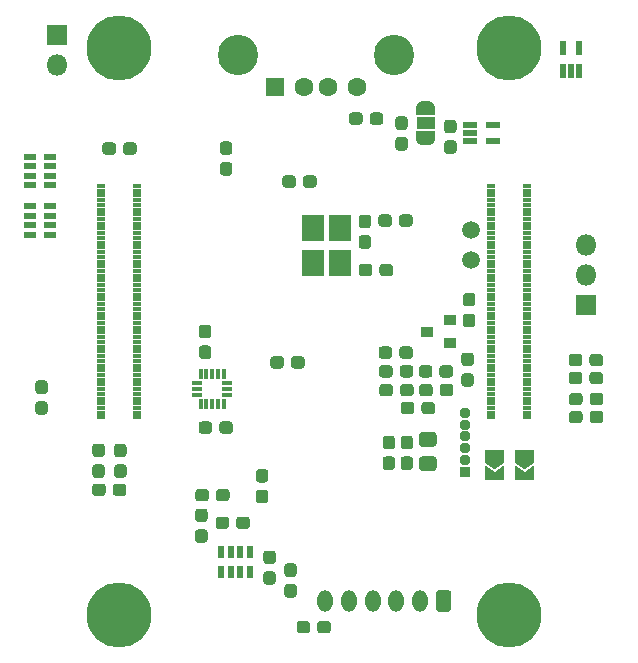
<source format=gbr>
%TF.GenerationSoftware,KiCad,Pcbnew,(5.1.6)-1*%
%TF.CreationDate,2020-12-16T03:56:45+01:00*%
%TF.ProjectId,CanSat,43616e53-6174-42e6-9b69-6361645f7063,V1.0*%
%TF.SameCoordinates,Original*%
%TF.FileFunction,Soldermask,Top*%
%TF.FilePolarity,Negative*%
%FSLAX46Y46*%
G04 Gerber Fmt 4.6, Leading zero omitted, Abs format (unit mm)*
G04 Created by KiCad (PCBNEW (5.1.6)-1) date 2020-12-16 03:56:45*
%MOMM*%
%LPD*%
G01*
G04 APERTURE LIST*
%ADD10R,0.500000X1.290000*%
%ADD11R,1.290000X0.500000*%
%ADD12R,0.963600X0.404800*%
%ADD13R,0.404800X0.963600*%
%ADD14O,1.800000X1.800000*%
%ADD15R,1.800000X1.800000*%
%ADD16C,5.500000*%
%ADD17C,0.900000*%
%ADD18R,1.000000X0.500000*%
%ADD19O,1.300000X1.850000*%
%ADD20R,0.800000X0.300000*%
%ADD21O,0.950000X0.950000*%
%ADD22R,0.950000X0.950000*%
%ADD23C,0.100000*%
%ADD24R,1.600000X1.100000*%
%ADD25C,1.500000*%
%ADD26R,1.608000X1.608000*%
%ADD27C,1.608000*%
%ADD28C,3.416000*%
%ADD29R,1.900000X2.200000*%
%ADD30R,1.000000X0.900000*%
%ADD31R,0.500000X1.000000*%
G04 APERTURE END LIST*
D10*
%TO.C,U4*%
X231125000Y-33520500D03*
X232425000Y-33520500D03*
X232425000Y-35440500D03*
X231775000Y-35440500D03*
X231125000Y-35440500D03*
%TD*%
D11*
%TO.C,U6*%
X225122500Y-40053500D03*
X225122500Y-41353500D03*
X223202500Y-41353500D03*
X223202500Y-40703500D03*
X223202500Y-40053500D03*
%TD*%
D12*
%TO.C,U7*%
X200130000Y-62908000D03*
X200130000Y-62400000D03*
X200130000Y-61892000D03*
D13*
X200409400Y-61130000D03*
X200892000Y-61130000D03*
X201400000Y-61130000D03*
X201908000Y-61130000D03*
X202390600Y-61130000D03*
D12*
X202670000Y-61892000D03*
X202670000Y-62400000D03*
X202670000Y-62908000D03*
D13*
X202390600Y-63670000D03*
X201908000Y-63670000D03*
X201400000Y-63670000D03*
X200892000Y-63670000D03*
X200409400Y-63670000D03*
%TD*%
%TO.C,C4*%
G36*
G01*
X201049500Y-58106000D02*
X200524500Y-58106000D01*
G75*
G02*
X200262000Y-57843500I0J262500D01*
G01*
X200262000Y-57218500D01*
G75*
G02*
X200524500Y-56956000I262500J0D01*
G01*
X201049500Y-56956000D01*
G75*
G02*
X201312000Y-57218500I0J-262500D01*
G01*
X201312000Y-57843500D01*
G75*
G02*
X201049500Y-58106000I-262500J0D01*
G01*
G37*
G36*
G01*
X201049500Y-59856000D02*
X200524500Y-59856000D01*
G75*
G02*
X200262000Y-59593500I0J262500D01*
G01*
X200262000Y-58968500D01*
G75*
G02*
X200524500Y-58706000I262500J0D01*
G01*
X201049500Y-58706000D01*
G75*
G02*
X201312000Y-58968500I0J-262500D01*
G01*
X201312000Y-59593500D01*
G75*
G02*
X201049500Y-59856000I-262500J0D01*
G01*
G37*
%TD*%
%TO.C,C3*%
G36*
G01*
X201990000Y-65921500D02*
X201990000Y-65396500D01*
G75*
G02*
X202252500Y-65134000I262500J0D01*
G01*
X202877500Y-65134000D01*
G75*
G02*
X203140000Y-65396500I0J-262500D01*
G01*
X203140000Y-65921500D01*
G75*
G02*
X202877500Y-66184000I-262500J0D01*
G01*
X202252500Y-66184000D01*
G75*
G02*
X201990000Y-65921500I0J262500D01*
G01*
G37*
G36*
G01*
X200240000Y-65921500D02*
X200240000Y-65396500D01*
G75*
G02*
X200502500Y-65134000I262500J0D01*
G01*
X201127500Y-65134000D01*
G75*
G02*
X201390000Y-65396500I0J-262500D01*
G01*
X201390000Y-65921500D01*
G75*
G02*
X201127500Y-66184000I-262500J0D01*
G01*
X200502500Y-66184000D01*
G75*
G02*
X200240000Y-65921500I0J262500D01*
G01*
G37*
%TD*%
%TO.C,R6*%
G36*
G01*
X206510500Y-78969500D02*
X205985500Y-78969500D01*
G75*
G02*
X205723000Y-78707000I0J262500D01*
G01*
X205723000Y-78082000D01*
G75*
G02*
X205985500Y-77819500I262500J0D01*
G01*
X206510500Y-77819500D01*
G75*
G02*
X206773000Y-78082000I0J-262500D01*
G01*
X206773000Y-78707000D01*
G75*
G02*
X206510500Y-78969500I-262500J0D01*
G01*
G37*
G36*
G01*
X206510500Y-77219500D02*
X205985500Y-77219500D01*
G75*
G02*
X205723000Y-76957000I0J262500D01*
G01*
X205723000Y-76332000D01*
G75*
G02*
X205985500Y-76069500I262500J0D01*
G01*
X206510500Y-76069500D01*
G75*
G02*
X206773000Y-76332000I0J-262500D01*
G01*
X206773000Y-76957000D01*
G75*
G02*
X206510500Y-77219500I-262500J0D01*
G01*
G37*
%TD*%
D14*
%TO.C,J6*%
X188277500Y-34925000D03*
D15*
X188277500Y-32385000D03*
%TD*%
%TO.C,J10*%
X233045000Y-55245000D03*
D14*
X233045000Y-52705000D03*
X233045000Y-50165000D03*
%TD*%
D16*
%TO.C,H3*%
X226500000Y-81500000D03*
D17*
X228525000Y-81500000D03*
X227931891Y-82931891D03*
X226500000Y-83525000D03*
X225068109Y-82931891D03*
X224475000Y-81500000D03*
X225068109Y-80068109D03*
X226500000Y-79475000D03*
X227931891Y-80068109D03*
%TD*%
D18*
%TO.C,RN2*%
X187667000Y-45142000D03*
X187667000Y-44342000D03*
X187667000Y-43542000D03*
X187667000Y-42742000D03*
X185967000Y-45142000D03*
X185967000Y-42742000D03*
X185967000Y-44342000D03*
X185967000Y-43542000D03*
%TD*%
%TO.C,RN1*%
X185967000Y-46933000D03*
X185967000Y-47733000D03*
X185967000Y-48533000D03*
X185967000Y-49333000D03*
X187667000Y-46933000D03*
X187667000Y-49333000D03*
X187667000Y-47733000D03*
X187667000Y-48533000D03*
%TD*%
%TO.C,F1*%
G36*
G01*
X208530500Y-82812500D02*
X208530500Y-82287500D01*
G75*
G02*
X208793000Y-82025000I262500J0D01*
G01*
X209418000Y-82025000D01*
G75*
G02*
X209680500Y-82287500I0J-262500D01*
G01*
X209680500Y-82812500D01*
G75*
G02*
X209418000Y-83075000I-262500J0D01*
G01*
X208793000Y-83075000D01*
G75*
G02*
X208530500Y-82812500I0J262500D01*
G01*
G37*
G36*
G01*
X210280500Y-82812500D02*
X210280500Y-82287500D01*
G75*
G02*
X210543000Y-82025000I262500J0D01*
G01*
X211168000Y-82025000D01*
G75*
G02*
X211430500Y-82287500I0J-262500D01*
G01*
X211430500Y-82812500D01*
G75*
G02*
X211168000Y-83075000I-262500J0D01*
G01*
X210543000Y-83075000D01*
G75*
G02*
X210280500Y-82812500I0J262500D01*
G01*
G37*
%TD*%
%TO.C,C1*%
G36*
G01*
X192032500Y-68167000D02*
X191507500Y-68167000D01*
G75*
G02*
X191245000Y-67904500I0J262500D01*
G01*
X191245000Y-67279500D01*
G75*
G02*
X191507500Y-67017000I262500J0D01*
G01*
X192032500Y-67017000D01*
G75*
G02*
X192295000Y-67279500I0J-262500D01*
G01*
X192295000Y-67904500D01*
G75*
G02*
X192032500Y-68167000I-262500J0D01*
G01*
G37*
G36*
G01*
X192032500Y-69917000D02*
X191507500Y-69917000D01*
G75*
G02*
X191245000Y-69654500I0J262500D01*
G01*
X191245000Y-69029500D01*
G75*
G02*
X191507500Y-68767000I262500J0D01*
G01*
X192032500Y-68767000D01*
G75*
G02*
X192295000Y-69029500I0J-262500D01*
G01*
X192295000Y-69654500D01*
G75*
G02*
X192032500Y-69917000I-262500J0D01*
G01*
G37*
%TD*%
%TO.C,C7*%
G36*
G01*
X207324000Y-45093500D02*
X207324000Y-44568500D01*
G75*
G02*
X207586500Y-44306000I262500J0D01*
G01*
X208211500Y-44306000D01*
G75*
G02*
X208474000Y-44568500I0J-262500D01*
G01*
X208474000Y-45093500D01*
G75*
G02*
X208211500Y-45356000I-262500J0D01*
G01*
X207586500Y-45356000D01*
G75*
G02*
X207324000Y-45093500I0J262500D01*
G01*
G37*
G36*
G01*
X209074000Y-45093500D02*
X209074000Y-44568500D01*
G75*
G02*
X209336500Y-44306000I262500J0D01*
G01*
X209961500Y-44306000D01*
G75*
G02*
X210224000Y-44568500I0J-262500D01*
G01*
X210224000Y-45093500D01*
G75*
G02*
X209961500Y-45356000I-262500J0D01*
G01*
X209336500Y-45356000D01*
G75*
G02*
X209074000Y-45093500I0J262500D01*
G01*
G37*
%TD*%
%TO.C,C8*%
G36*
G01*
X218443500Y-62221500D02*
X218443500Y-62746500D01*
G75*
G02*
X218181000Y-63009000I-262500J0D01*
G01*
X217556000Y-63009000D01*
G75*
G02*
X217293500Y-62746500I0J262500D01*
G01*
X217293500Y-62221500D01*
G75*
G02*
X217556000Y-61959000I262500J0D01*
G01*
X218181000Y-61959000D01*
G75*
G02*
X218443500Y-62221500I0J-262500D01*
G01*
G37*
G36*
G01*
X216693500Y-62221500D02*
X216693500Y-62746500D01*
G75*
G02*
X216431000Y-63009000I-262500J0D01*
G01*
X215806000Y-63009000D01*
G75*
G02*
X215543500Y-62746500I0J262500D01*
G01*
X215543500Y-62221500D01*
G75*
G02*
X215806000Y-61959000I262500J0D01*
G01*
X216431000Y-61959000D01*
G75*
G02*
X216693500Y-62221500I0J-262500D01*
G01*
G37*
%TD*%
%TO.C,C9*%
G36*
G01*
X206308000Y-60397000D02*
X206308000Y-59872000D01*
G75*
G02*
X206570500Y-59609500I262500J0D01*
G01*
X207195500Y-59609500D01*
G75*
G02*
X207458000Y-59872000I0J-262500D01*
G01*
X207458000Y-60397000D01*
G75*
G02*
X207195500Y-60659500I-262500J0D01*
G01*
X206570500Y-60659500D01*
G75*
G02*
X206308000Y-60397000I0J262500D01*
G01*
G37*
G36*
G01*
X208058000Y-60397000D02*
X208058000Y-59872000D01*
G75*
G02*
X208320500Y-59609500I262500J0D01*
G01*
X208945500Y-59609500D01*
G75*
G02*
X209208000Y-59872000I0J-262500D01*
G01*
X209208000Y-60397000D01*
G75*
G02*
X208945500Y-60659500I-262500J0D01*
G01*
X208320500Y-60659500D01*
G75*
G02*
X208058000Y-60397000I0J262500D01*
G01*
G37*
%TD*%
%TO.C,C10*%
G36*
G01*
X215551000Y-52586500D02*
X215551000Y-52061500D01*
G75*
G02*
X215813500Y-51799000I262500J0D01*
G01*
X216438500Y-51799000D01*
G75*
G02*
X216701000Y-52061500I0J-262500D01*
G01*
X216701000Y-52586500D01*
G75*
G02*
X216438500Y-52849000I-262500J0D01*
G01*
X215813500Y-52849000D01*
G75*
G02*
X215551000Y-52586500I0J262500D01*
G01*
G37*
G36*
G01*
X213801000Y-52586500D02*
X213801000Y-52061500D01*
G75*
G02*
X214063500Y-51799000I262500J0D01*
G01*
X214688500Y-51799000D01*
G75*
G02*
X214951000Y-52061500I0J-262500D01*
G01*
X214951000Y-52586500D01*
G75*
G02*
X214688500Y-52849000I-262500J0D01*
G01*
X214063500Y-52849000D01*
G75*
G02*
X213801000Y-52586500I0J262500D01*
G01*
G37*
%TD*%
%TO.C,C11*%
G36*
G01*
X202827500Y-44326500D02*
X202302500Y-44326500D01*
G75*
G02*
X202040000Y-44064000I0J262500D01*
G01*
X202040000Y-43439000D01*
G75*
G02*
X202302500Y-43176500I262500J0D01*
G01*
X202827500Y-43176500D01*
G75*
G02*
X203090000Y-43439000I0J-262500D01*
G01*
X203090000Y-44064000D01*
G75*
G02*
X202827500Y-44326500I-262500J0D01*
G01*
G37*
G36*
G01*
X202827500Y-42576500D02*
X202302500Y-42576500D01*
G75*
G02*
X202040000Y-42314000I0J262500D01*
G01*
X202040000Y-41689000D01*
G75*
G02*
X202302500Y-41426500I262500J0D01*
G01*
X202827500Y-41426500D01*
G75*
G02*
X203090000Y-41689000I0J-262500D01*
G01*
X203090000Y-42314000D01*
G75*
G02*
X202827500Y-42576500I-262500J0D01*
G01*
G37*
%TD*%
%TO.C,C13*%
G36*
G01*
X214050000Y-47621500D02*
X214575000Y-47621500D01*
G75*
G02*
X214837500Y-47884000I0J-262500D01*
G01*
X214837500Y-48509000D01*
G75*
G02*
X214575000Y-48771500I-262500J0D01*
G01*
X214050000Y-48771500D01*
G75*
G02*
X213787500Y-48509000I0J262500D01*
G01*
X213787500Y-47884000D01*
G75*
G02*
X214050000Y-47621500I262500J0D01*
G01*
G37*
G36*
G01*
X214050000Y-49371500D02*
X214575000Y-49371500D01*
G75*
G02*
X214837500Y-49634000I0J-262500D01*
G01*
X214837500Y-50259000D01*
G75*
G02*
X214575000Y-50521500I-262500J0D01*
G01*
X214050000Y-50521500D01*
G75*
G02*
X213787500Y-50259000I0J262500D01*
G01*
X213787500Y-49634000D01*
G75*
G02*
X214050000Y-49371500I262500J0D01*
G01*
G37*
%TD*%
%TO.C,C14*%
G36*
G01*
X218415500Y-60634000D02*
X218415500Y-61159000D01*
G75*
G02*
X218153000Y-61421500I-262500J0D01*
G01*
X217528000Y-61421500D01*
G75*
G02*
X217265500Y-61159000I0J262500D01*
G01*
X217265500Y-60634000D01*
G75*
G02*
X217528000Y-60371500I262500J0D01*
G01*
X218153000Y-60371500D01*
G75*
G02*
X218415500Y-60634000I0J-262500D01*
G01*
G37*
G36*
G01*
X216665500Y-60634000D02*
X216665500Y-61159000D01*
G75*
G02*
X216403000Y-61421500I-262500J0D01*
G01*
X215778000Y-61421500D01*
G75*
G02*
X215515500Y-61159000I0J262500D01*
G01*
X215515500Y-60634000D01*
G75*
G02*
X215778000Y-60371500I262500J0D01*
G01*
X216403000Y-60371500D01*
G75*
G02*
X216665500Y-60634000I0J-262500D01*
G01*
G37*
%TD*%
%TO.C,C15*%
G36*
G01*
X216630000Y-59046500D02*
X216630000Y-59571500D01*
G75*
G02*
X216367500Y-59834000I-262500J0D01*
G01*
X215742500Y-59834000D01*
G75*
G02*
X215480000Y-59571500I0J262500D01*
G01*
X215480000Y-59046500D01*
G75*
G02*
X215742500Y-58784000I262500J0D01*
G01*
X216367500Y-58784000D01*
G75*
G02*
X216630000Y-59046500I0J-262500D01*
G01*
G37*
G36*
G01*
X218380000Y-59046500D02*
X218380000Y-59571500D01*
G75*
G02*
X218117500Y-59834000I-262500J0D01*
G01*
X217492500Y-59834000D01*
G75*
G02*
X217230000Y-59571500I0J262500D01*
G01*
X217230000Y-59046500D01*
G75*
G02*
X217492500Y-58784000I262500J0D01*
G01*
X218117500Y-58784000D01*
G75*
G02*
X218380000Y-59046500I0J-262500D01*
G01*
G37*
%TD*%
%TO.C,C16*%
G36*
G01*
X215875500Y-39234500D02*
X215875500Y-39759500D01*
G75*
G02*
X215613000Y-40022000I-262500J0D01*
G01*
X214988000Y-40022000D01*
G75*
G02*
X214725500Y-39759500I0J262500D01*
G01*
X214725500Y-39234500D01*
G75*
G02*
X214988000Y-38972000I262500J0D01*
G01*
X215613000Y-38972000D01*
G75*
G02*
X215875500Y-39234500I0J-262500D01*
G01*
G37*
G36*
G01*
X214125500Y-39234500D02*
X214125500Y-39759500D01*
G75*
G02*
X213863000Y-40022000I-262500J0D01*
G01*
X213238000Y-40022000D01*
G75*
G02*
X212975500Y-39759500I0J262500D01*
G01*
X212975500Y-39234500D01*
G75*
G02*
X213238000Y-38972000I262500J0D01*
G01*
X213863000Y-38972000D01*
G75*
G02*
X214125500Y-39234500I0J-262500D01*
G01*
G37*
%TD*%
%TO.C,C17*%
G36*
G01*
X220659000Y-62746500D02*
X220659000Y-62221500D01*
G75*
G02*
X220921500Y-61959000I262500J0D01*
G01*
X221546500Y-61959000D01*
G75*
G02*
X221809000Y-62221500I0J-262500D01*
G01*
X221809000Y-62746500D01*
G75*
G02*
X221546500Y-63009000I-262500J0D01*
G01*
X220921500Y-63009000D01*
G75*
G02*
X220659000Y-62746500I0J262500D01*
G01*
G37*
G36*
G01*
X218909000Y-62746500D02*
X218909000Y-62221500D01*
G75*
G02*
X219171500Y-61959000I262500J0D01*
G01*
X219796500Y-61959000D01*
G75*
G02*
X220059000Y-62221500I0J-262500D01*
G01*
X220059000Y-62746500D01*
G75*
G02*
X219796500Y-63009000I-262500J0D01*
G01*
X219171500Y-63009000D01*
G75*
G02*
X218909000Y-62746500I0J262500D01*
G01*
G37*
%TD*%
%TO.C,C18*%
G36*
G01*
X218881000Y-61159000D02*
X218881000Y-60634000D01*
G75*
G02*
X219143500Y-60371500I262500J0D01*
G01*
X219768500Y-60371500D01*
G75*
G02*
X220031000Y-60634000I0J-262500D01*
G01*
X220031000Y-61159000D01*
G75*
G02*
X219768500Y-61421500I-262500J0D01*
G01*
X219143500Y-61421500D01*
G75*
G02*
X218881000Y-61159000I0J262500D01*
G01*
G37*
G36*
G01*
X220631000Y-61159000D02*
X220631000Y-60634000D01*
G75*
G02*
X220893500Y-60371500I262500J0D01*
G01*
X221518500Y-60371500D01*
G75*
G02*
X221781000Y-60634000I0J-262500D01*
G01*
X221781000Y-61159000D01*
G75*
G02*
X221518500Y-61421500I-262500J0D01*
G01*
X220893500Y-61421500D01*
G75*
G02*
X220631000Y-61159000I0J262500D01*
G01*
G37*
%TD*%
%TO.C,C19*%
G36*
G01*
X217606000Y-68104000D02*
X218131000Y-68104000D01*
G75*
G02*
X218393500Y-68366500I0J-262500D01*
G01*
X218393500Y-68991500D01*
G75*
G02*
X218131000Y-69254000I-262500J0D01*
G01*
X217606000Y-69254000D01*
G75*
G02*
X217343500Y-68991500I0J262500D01*
G01*
X217343500Y-68366500D01*
G75*
G02*
X217606000Y-68104000I262500J0D01*
G01*
G37*
G36*
G01*
X217606000Y-66354000D02*
X218131000Y-66354000D01*
G75*
G02*
X218393500Y-66616500I0J-262500D01*
G01*
X218393500Y-67241500D01*
G75*
G02*
X218131000Y-67504000I-262500J0D01*
G01*
X217606000Y-67504000D01*
G75*
G02*
X217343500Y-67241500I0J262500D01*
G01*
X217343500Y-66616500D01*
G75*
G02*
X217606000Y-66354000I262500J0D01*
G01*
G37*
%TD*%
%TO.C,C20*%
G36*
G01*
X216082000Y-68104000D02*
X216607000Y-68104000D01*
G75*
G02*
X216869500Y-68366500I0J-262500D01*
G01*
X216869500Y-68991500D01*
G75*
G02*
X216607000Y-69254000I-262500J0D01*
G01*
X216082000Y-69254000D01*
G75*
G02*
X215819500Y-68991500I0J262500D01*
G01*
X215819500Y-68366500D01*
G75*
G02*
X216082000Y-68104000I262500J0D01*
G01*
G37*
G36*
G01*
X216082000Y-66354000D02*
X216607000Y-66354000D01*
G75*
G02*
X216869500Y-66616500I0J-262500D01*
G01*
X216869500Y-67241500D01*
G75*
G02*
X216607000Y-67504000I-262500J0D01*
G01*
X216082000Y-67504000D01*
G75*
G02*
X215819500Y-67241500I0J262500D01*
G01*
X215819500Y-66616500D01*
G75*
G02*
X216082000Y-66354000I262500J0D01*
G01*
G37*
%TD*%
%TO.C,C22*%
G36*
G01*
X192098000Y-42299500D02*
X192098000Y-41774500D01*
G75*
G02*
X192360500Y-41512000I262500J0D01*
G01*
X192985500Y-41512000D01*
G75*
G02*
X193248000Y-41774500I0J-262500D01*
G01*
X193248000Y-42299500D01*
G75*
G02*
X192985500Y-42562000I-262500J0D01*
G01*
X192360500Y-42562000D01*
G75*
G02*
X192098000Y-42299500I0J262500D01*
G01*
G37*
G36*
G01*
X193848000Y-42299500D02*
X193848000Y-41774500D01*
G75*
G02*
X194110500Y-41512000I262500J0D01*
G01*
X194735500Y-41512000D01*
G75*
G02*
X194998000Y-41774500I0J-262500D01*
G01*
X194998000Y-42299500D01*
G75*
G02*
X194735500Y-42562000I-262500J0D01*
G01*
X194110500Y-42562000D01*
G75*
G02*
X193848000Y-42299500I0J262500D01*
G01*
G37*
%TD*%
%TO.C,D5*%
G36*
G01*
X234481000Y-59681500D02*
X234481000Y-60206500D01*
G75*
G02*
X234218500Y-60469000I-262500J0D01*
G01*
X233593500Y-60469000D01*
G75*
G02*
X233331000Y-60206500I0J262500D01*
G01*
X233331000Y-59681500D01*
G75*
G02*
X233593500Y-59419000I262500J0D01*
G01*
X234218500Y-59419000D01*
G75*
G02*
X234481000Y-59681500I0J-262500D01*
G01*
G37*
G36*
G01*
X232731000Y-59681500D02*
X232731000Y-60206500D01*
G75*
G02*
X232468500Y-60469000I-262500J0D01*
G01*
X231843500Y-60469000D01*
G75*
G02*
X231581000Y-60206500I0J262500D01*
G01*
X231581000Y-59681500D01*
G75*
G02*
X231843500Y-59419000I262500J0D01*
G01*
X232468500Y-59419000D01*
G75*
G02*
X232731000Y-59681500I0J-262500D01*
G01*
G37*
%TD*%
%TO.C,D6*%
G36*
G01*
X232745000Y-62983500D02*
X232745000Y-63508500D01*
G75*
G02*
X232482500Y-63771000I-262500J0D01*
G01*
X231857500Y-63771000D01*
G75*
G02*
X231595000Y-63508500I0J262500D01*
G01*
X231595000Y-62983500D01*
G75*
G02*
X231857500Y-62721000I262500J0D01*
G01*
X232482500Y-62721000D01*
G75*
G02*
X232745000Y-62983500I0J-262500D01*
G01*
G37*
G36*
G01*
X234495000Y-62983500D02*
X234495000Y-63508500D01*
G75*
G02*
X234232500Y-63771000I-262500J0D01*
G01*
X233607500Y-63771000D01*
G75*
G02*
X233345000Y-63508500I0J262500D01*
G01*
X233345000Y-62983500D01*
G75*
G02*
X233607500Y-62721000I262500J0D01*
G01*
X234232500Y-62721000D01*
G75*
G02*
X234495000Y-62983500I0J-262500D01*
G01*
G37*
%TD*%
D19*
%TO.C,J12*%
X210980000Y-80327500D03*
X212980000Y-80327500D03*
X214980000Y-80327500D03*
X216980000Y-80327500D03*
X218980000Y-80327500D03*
G36*
G01*
X221630000Y-79673332D02*
X221630000Y-80981668D01*
G75*
G02*
X221359168Y-81252500I-270832J0D01*
G01*
X220600832Y-81252500D01*
G75*
G02*
X220330000Y-80981668I0J270832D01*
G01*
X220330000Y-79673332D01*
G75*
G02*
X220600832Y-79402500I270832J0D01*
G01*
X221359168Y-79402500D01*
G75*
G02*
X221630000Y-79673332I0J-270832D01*
G01*
G37*
%TD*%
D20*
%TO.C,J15*%
X228040000Y-64800000D03*
X224960000Y-64800000D03*
X228040000Y-64400000D03*
X224960000Y-64400000D03*
X228040000Y-64000000D03*
X224960000Y-64000000D03*
X228040000Y-63600000D03*
X224960000Y-63600000D03*
X228040000Y-63200000D03*
X224960000Y-63200000D03*
X228040000Y-62800000D03*
X224960000Y-62800000D03*
X228040000Y-62400000D03*
X224960000Y-62400000D03*
X228040000Y-62000000D03*
X224960000Y-62000000D03*
X228040000Y-61600000D03*
X224960000Y-61600000D03*
X228040000Y-61200000D03*
X224960000Y-61200000D03*
X228040000Y-60800000D03*
X224960000Y-60800000D03*
X228040000Y-60400000D03*
X224960000Y-60400000D03*
X228040000Y-60000000D03*
X224960000Y-60000000D03*
X228040000Y-59600000D03*
X224960000Y-59600000D03*
X228040000Y-59200000D03*
X224960000Y-59200000D03*
X228040000Y-58800000D03*
X224960000Y-58800000D03*
X228040000Y-58400000D03*
X224960000Y-58400000D03*
X228040000Y-58000000D03*
X224960000Y-58000000D03*
X228040000Y-57600000D03*
X224960000Y-57600000D03*
X228040000Y-57200000D03*
X224960000Y-57200000D03*
X228040000Y-56800000D03*
X224960000Y-56800000D03*
X228040000Y-56400000D03*
X224960000Y-56400000D03*
X228040000Y-56000000D03*
X224960000Y-56000000D03*
X228040000Y-55600000D03*
X224960000Y-55600000D03*
X228040000Y-55200000D03*
X224960000Y-55200000D03*
X228040000Y-54800000D03*
X224960000Y-54800000D03*
X228040000Y-54400000D03*
X224960000Y-54400000D03*
X228040000Y-54000000D03*
X224960000Y-54000000D03*
X228040000Y-53600000D03*
X224960000Y-53600000D03*
X228040000Y-53200000D03*
X224960000Y-53200000D03*
X228040000Y-52800000D03*
X224960000Y-52800000D03*
X228040000Y-52400000D03*
X224960000Y-52400000D03*
X228040000Y-52000000D03*
X224960000Y-52000000D03*
X228040000Y-51600000D03*
X224960000Y-51600000D03*
X228040000Y-51200000D03*
X224960000Y-51200000D03*
X228040000Y-50800000D03*
X224960000Y-50800000D03*
X228040000Y-50400000D03*
X224960000Y-50400000D03*
X228040000Y-50000000D03*
X224960000Y-50000000D03*
X228040000Y-49600000D03*
X224960000Y-49600000D03*
X228040000Y-49200000D03*
X224960000Y-49200000D03*
X228040000Y-48800000D03*
X224960000Y-48800000D03*
X228040000Y-48400000D03*
X224960000Y-48400000D03*
X228040000Y-48000000D03*
X224960000Y-48000000D03*
X228040000Y-47600000D03*
X224960000Y-47600000D03*
X228040000Y-47200000D03*
X224960000Y-47200000D03*
X228040000Y-46800000D03*
X224960000Y-46800000D03*
X228040000Y-46400000D03*
X224960000Y-46400000D03*
X228040000Y-46000000D03*
X224960000Y-46000000D03*
X228040000Y-45600000D03*
X224960000Y-45600000D03*
X228040000Y-45200000D03*
X224960000Y-45200000D03*
%TD*%
%TO.C,J16*%
X191960000Y-45200000D03*
X195040000Y-45200000D03*
X191960000Y-45600000D03*
X195040000Y-45600000D03*
X191960000Y-46000000D03*
X195040000Y-46000000D03*
X191960000Y-46400000D03*
X195040000Y-46400000D03*
X191960000Y-46800000D03*
X195040000Y-46800000D03*
X191960000Y-47200000D03*
X195040000Y-47200000D03*
X191960000Y-47600000D03*
X195040000Y-47600000D03*
X191960000Y-48000000D03*
X195040000Y-48000000D03*
X191960000Y-48400000D03*
X195040000Y-48400000D03*
X191960000Y-48800000D03*
X195040000Y-48800000D03*
X191960000Y-49200000D03*
X195040000Y-49200000D03*
X191960000Y-49600000D03*
X195040000Y-49600000D03*
X191960000Y-50000000D03*
X195040000Y-50000000D03*
X191960000Y-50400000D03*
X195040000Y-50400000D03*
X191960000Y-50800000D03*
X195040000Y-50800000D03*
X191960000Y-51200000D03*
X195040000Y-51200000D03*
X191960000Y-51600000D03*
X195040000Y-51600000D03*
X191960000Y-52000000D03*
X195040000Y-52000000D03*
X191960000Y-52400000D03*
X195040000Y-52400000D03*
X191960000Y-52800000D03*
X195040000Y-52800000D03*
X191960000Y-53200000D03*
X195040000Y-53200000D03*
X191960000Y-53600000D03*
X195040000Y-53600000D03*
X191960000Y-54000000D03*
X195040000Y-54000000D03*
X191960000Y-54400000D03*
X195040000Y-54400000D03*
X191960000Y-54800000D03*
X195040000Y-54800000D03*
X191960000Y-55200000D03*
X195040000Y-55200000D03*
X191960000Y-55600000D03*
X195040000Y-55600000D03*
X191960000Y-56000000D03*
X195040000Y-56000000D03*
X191960000Y-56400000D03*
X195040000Y-56400000D03*
X191960000Y-56800000D03*
X195040000Y-56800000D03*
X191960000Y-57200000D03*
X195040000Y-57200000D03*
X191960000Y-57600000D03*
X195040000Y-57600000D03*
X191960000Y-58000000D03*
X195040000Y-58000000D03*
X191960000Y-58400000D03*
X195040000Y-58400000D03*
X191960000Y-58800000D03*
X195040000Y-58800000D03*
X191960000Y-59200000D03*
X195040000Y-59200000D03*
X191960000Y-59600000D03*
X195040000Y-59600000D03*
X191960000Y-60000000D03*
X195040000Y-60000000D03*
X191960000Y-60400000D03*
X195040000Y-60400000D03*
X191960000Y-60800000D03*
X195040000Y-60800000D03*
X191960000Y-61200000D03*
X195040000Y-61200000D03*
X191960000Y-61600000D03*
X195040000Y-61600000D03*
X191960000Y-62000000D03*
X195040000Y-62000000D03*
X191960000Y-62400000D03*
X195040000Y-62400000D03*
X191960000Y-62800000D03*
X195040000Y-62800000D03*
X191960000Y-63200000D03*
X195040000Y-63200000D03*
X191960000Y-63600000D03*
X195040000Y-63600000D03*
X191960000Y-64000000D03*
X195040000Y-64000000D03*
X191960000Y-64400000D03*
X195040000Y-64400000D03*
X191960000Y-64800000D03*
X195040000Y-64800000D03*
%TD*%
D21*
%TO.C,J17*%
X222800000Y-64400000D03*
X222800000Y-65400000D03*
X222800000Y-66400000D03*
X222800000Y-67400000D03*
X222800000Y-68400000D03*
D22*
X222800000Y-69400000D03*
%TD*%
D23*
%TO.C,JP1*%
G36*
X228637039Y-70095255D02*
G01*
X228634194Y-70104634D01*
X228629573Y-70113279D01*
X228623355Y-70120855D01*
X228615779Y-70127073D01*
X228607134Y-70131694D01*
X228597755Y-70134539D01*
X228588000Y-70135500D01*
X227088000Y-70135500D01*
X227078245Y-70134539D01*
X227068866Y-70131694D01*
X227060221Y-70127073D01*
X227052645Y-70120855D01*
X227046427Y-70113279D01*
X227041806Y-70104634D01*
X227038961Y-70095255D01*
X227038000Y-70085500D01*
X227038000Y-68935500D01*
X227038961Y-68925745D01*
X227041806Y-68916366D01*
X227046427Y-68907721D01*
X227052645Y-68900145D01*
X227060221Y-68893927D01*
X227068866Y-68889306D01*
X227078245Y-68886461D01*
X227088000Y-68885500D01*
X227097755Y-68886461D01*
X227107134Y-68889306D01*
X227115735Y-68893897D01*
X227838000Y-69375407D01*
X228560265Y-68893897D01*
X228568914Y-68889286D01*
X228578297Y-68886451D01*
X228588052Y-68885500D01*
X228597806Y-68886471D01*
X228607182Y-68889326D01*
X228615822Y-68893956D01*
X228623392Y-68900182D01*
X228629603Y-68907765D01*
X228634214Y-68916414D01*
X228637049Y-68925797D01*
X228638000Y-68935500D01*
X228638000Y-70085500D01*
X228637039Y-70095255D01*
G37*
G36*
X228637039Y-68645255D02*
G01*
X228634194Y-68654634D01*
X228629573Y-68663279D01*
X228623355Y-68670855D01*
X228615735Y-68677103D01*
X227865735Y-69177103D01*
X227857086Y-69181714D01*
X227847703Y-69184549D01*
X227837948Y-69185500D01*
X227828194Y-69184529D01*
X227818818Y-69181674D01*
X227810265Y-69177103D01*
X227060265Y-68677103D01*
X227052682Y-68670892D01*
X227046456Y-68663322D01*
X227041826Y-68654682D01*
X227038971Y-68645306D01*
X227038000Y-68635500D01*
X227038000Y-67635500D01*
X227038961Y-67625745D01*
X227041806Y-67616366D01*
X227046427Y-67607721D01*
X227052645Y-67600145D01*
X227060221Y-67593927D01*
X227068866Y-67589306D01*
X227078245Y-67586461D01*
X227088000Y-67585500D01*
X228588000Y-67585500D01*
X228597755Y-67586461D01*
X228607134Y-67589306D01*
X228615779Y-67593927D01*
X228623355Y-67600145D01*
X228629573Y-67607721D01*
X228634194Y-67616366D01*
X228637039Y-67625745D01*
X228638000Y-67635500D01*
X228638000Y-68635500D01*
X228637039Y-68645255D01*
G37*
%TD*%
%TO.C,JP2*%
G36*
X226097039Y-68645255D02*
G01*
X226094194Y-68654634D01*
X226089573Y-68663279D01*
X226083355Y-68670855D01*
X226075735Y-68677103D01*
X225325735Y-69177103D01*
X225317086Y-69181714D01*
X225307703Y-69184549D01*
X225297948Y-69185500D01*
X225288194Y-69184529D01*
X225278818Y-69181674D01*
X225270265Y-69177103D01*
X224520265Y-68677103D01*
X224512682Y-68670892D01*
X224506456Y-68663322D01*
X224501826Y-68654682D01*
X224498971Y-68645306D01*
X224498000Y-68635500D01*
X224498000Y-67635500D01*
X224498961Y-67625745D01*
X224501806Y-67616366D01*
X224506427Y-67607721D01*
X224512645Y-67600145D01*
X224520221Y-67593927D01*
X224528866Y-67589306D01*
X224538245Y-67586461D01*
X224548000Y-67585500D01*
X226048000Y-67585500D01*
X226057755Y-67586461D01*
X226067134Y-67589306D01*
X226075779Y-67593927D01*
X226083355Y-67600145D01*
X226089573Y-67607721D01*
X226094194Y-67616366D01*
X226097039Y-67625745D01*
X226098000Y-67635500D01*
X226098000Y-68635500D01*
X226097039Y-68645255D01*
G37*
G36*
X226097039Y-70095255D02*
G01*
X226094194Y-70104634D01*
X226089573Y-70113279D01*
X226083355Y-70120855D01*
X226075779Y-70127073D01*
X226067134Y-70131694D01*
X226057755Y-70134539D01*
X226048000Y-70135500D01*
X224548000Y-70135500D01*
X224538245Y-70134539D01*
X224528866Y-70131694D01*
X224520221Y-70127073D01*
X224512645Y-70120855D01*
X224506427Y-70113279D01*
X224501806Y-70104634D01*
X224498961Y-70095255D01*
X224498000Y-70085500D01*
X224498000Y-68935500D01*
X224498961Y-68925745D01*
X224501806Y-68916366D01*
X224506427Y-68907721D01*
X224512645Y-68900145D01*
X224520221Y-68893927D01*
X224528866Y-68889306D01*
X224538245Y-68886461D01*
X224548000Y-68885500D01*
X224557755Y-68886461D01*
X224567134Y-68889306D01*
X224575735Y-68893897D01*
X225298000Y-69375407D01*
X226020265Y-68893897D01*
X226028914Y-68889286D01*
X226038297Y-68886451D01*
X226048052Y-68885500D01*
X226057806Y-68886471D01*
X226067182Y-68889326D01*
X226075822Y-68893956D01*
X226083392Y-68900182D01*
X226089603Y-68907765D01*
X226094214Y-68916414D01*
X226097049Y-68925797D01*
X226098000Y-68935500D01*
X226098000Y-70085500D01*
X226097039Y-70095255D01*
G37*
%TD*%
%TO.C,JP3*%
G36*
X218656961Y-40618245D02*
G01*
X218659806Y-40608866D01*
X218664427Y-40600221D01*
X218670645Y-40592645D01*
X218678221Y-40586427D01*
X218686866Y-40581806D01*
X218696245Y-40578961D01*
X218706000Y-40578000D01*
X220206000Y-40578000D01*
X220215755Y-40578961D01*
X220225134Y-40581806D01*
X220233779Y-40586427D01*
X220241355Y-40592645D01*
X220247573Y-40600221D01*
X220252194Y-40608866D01*
X220255039Y-40618245D01*
X220256000Y-40628000D01*
X220256000Y-41178000D01*
X220255398Y-41184111D01*
X220255398Y-41202534D01*
X220255157Y-41207435D01*
X220250347Y-41256266D01*
X220249627Y-41261119D01*
X220240055Y-41309244D01*
X220238863Y-41314005D01*
X220224619Y-41360960D01*
X220222966Y-41365579D01*
X220204189Y-41410912D01*
X220202091Y-41415349D01*
X220178960Y-41458622D01*
X220176438Y-41462829D01*
X220149178Y-41503628D01*
X220146254Y-41507570D01*
X220115126Y-41545499D01*
X220111831Y-41549134D01*
X220077134Y-41583831D01*
X220073499Y-41587126D01*
X220035570Y-41618254D01*
X220031628Y-41621178D01*
X219990829Y-41648438D01*
X219986622Y-41650960D01*
X219943349Y-41674091D01*
X219938912Y-41676189D01*
X219893579Y-41694966D01*
X219888960Y-41696619D01*
X219842005Y-41710863D01*
X219837244Y-41712055D01*
X219789119Y-41721627D01*
X219784266Y-41722347D01*
X219735435Y-41727157D01*
X219730534Y-41727398D01*
X219712111Y-41727398D01*
X219706000Y-41728000D01*
X219206000Y-41728000D01*
X219199889Y-41727398D01*
X219181466Y-41727398D01*
X219176565Y-41727157D01*
X219127734Y-41722347D01*
X219122881Y-41721627D01*
X219074756Y-41712055D01*
X219069995Y-41710863D01*
X219023040Y-41696619D01*
X219018421Y-41694966D01*
X218973088Y-41676189D01*
X218968651Y-41674091D01*
X218925378Y-41650960D01*
X218921171Y-41648438D01*
X218880372Y-41621178D01*
X218876430Y-41618254D01*
X218838501Y-41587126D01*
X218834866Y-41583831D01*
X218800169Y-41549134D01*
X218796874Y-41545499D01*
X218765746Y-41507570D01*
X218762822Y-41503628D01*
X218735562Y-41462829D01*
X218733040Y-41458622D01*
X218709909Y-41415349D01*
X218707811Y-41410912D01*
X218689034Y-41365579D01*
X218687381Y-41360960D01*
X218673137Y-41314005D01*
X218671945Y-41309244D01*
X218662373Y-41261119D01*
X218661653Y-41256266D01*
X218656843Y-41207435D01*
X218656602Y-41202534D01*
X218656602Y-41184111D01*
X218656000Y-41178000D01*
X218656000Y-40628000D01*
X218656961Y-40618245D01*
G37*
D24*
X219456000Y-39878000D03*
D23*
G36*
X218656602Y-38571889D02*
G01*
X218656602Y-38553466D01*
X218656843Y-38548565D01*
X218661653Y-38499734D01*
X218662373Y-38494881D01*
X218671945Y-38446756D01*
X218673137Y-38441995D01*
X218687381Y-38395040D01*
X218689034Y-38390421D01*
X218707811Y-38345088D01*
X218709909Y-38340651D01*
X218733040Y-38297378D01*
X218735562Y-38293171D01*
X218762822Y-38252372D01*
X218765746Y-38248430D01*
X218796874Y-38210501D01*
X218800169Y-38206866D01*
X218834866Y-38172169D01*
X218838501Y-38168874D01*
X218876430Y-38137746D01*
X218880372Y-38134822D01*
X218921171Y-38107562D01*
X218925378Y-38105040D01*
X218968651Y-38081909D01*
X218973088Y-38079811D01*
X219018421Y-38061034D01*
X219023040Y-38059381D01*
X219069995Y-38045137D01*
X219074756Y-38043945D01*
X219122881Y-38034373D01*
X219127734Y-38033653D01*
X219176565Y-38028843D01*
X219181466Y-38028602D01*
X219199889Y-38028602D01*
X219206000Y-38028000D01*
X219706000Y-38028000D01*
X219712111Y-38028602D01*
X219730534Y-38028602D01*
X219735435Y-38028843D01*
X219784266Y-38033653D01*
X219789119Y-38034373D01*
X219837244Y-38043945D01*
X219842005Y-38045137D01*
X219888960Y-38059381D01*
X219893579Y-38061034D01*
X219938912Y-38079811D01*
X219943349Y-38081909D01*
X219986622Y-38105040D01*
X219990829Y-38107562D01*
X220031628Y-38134822D01*
X220035570Y-38137746D01*
X220073499Y-38168874D01*
X220077134Y-38172169D01*
X220111831Y-38206866D01*
X220115126Y-38210501D01*
X220146254Y-38248430D01*
X220149178Y-38252372D01*
X220176438Y-38293171D01*
X220178960Y-38297378D01*
X220202091Y-38340651D01*
X220204189Y-38345088D01*
X220222966Y-38390421D01*
X220224619Y-38395040D01*
X220238863Y-38441995D01*
X220240055Y-38446756D01*
X220249627Y-38494881D01*
X220250347Y-38499734D01*
X220255157Y-38548565D01*
X220255398Y-38553466D01*
X220255398Y-38571889D01*
X220256000Y-38578000D01*
X220256000Y-39128000D01*
X220255039Y-39137755D01*
X220252194Y-39147134D01*
X220247573Y-39155779D01*
X220241355Y-39163355D01*
X220233779Y-39169573D01*
X220225134Y-39174194D01*
X220215755Y-39177039D01*
X220206000Y-39178000D01*
X218706000Y-39178000D01*
X218696245Y-39177039D01*
X218686866Y-39174194D01*
X218678221Y-39169573D01*
X218670645Y-39163355D01*
X218664427Y-39155779D01*
X218659806Y-39147134D01*
X218656961Y-39137755D01*
X218656000Y-39128000D01*
X218656000Y-38578000D01*
X218656602Y-38571889D01*
G37*
%TD*%
D25*
%TO.C,JP4*%
X223266000Y-48895000D03*
X223266000Y-51435000D03*
%TD*%
%TO.C,L1*%
G36*
G01*
X217357000Y-64270500D02*
X217357000Y-63745500D01*
G75*
G02*
X217619500Y-63483000I262500J0D01*
G01*
X218244500Y-63483000D01*
G75*
G02*
X218507000Y-63745500I0J-262500D01*
G01*
X218507000Y-64270500D01*
G75*
G02*
X218244500Y-64533000I-262500J0D01*
G01*
X217619500Y-64533000D01*
G75*
G02*
X217357000Y-64270500I0J262500D01*
G01*
G37*
G36*
G01*
X219107000Y-64270500D02*
X219107000Y-63745500D01*
G75*
G02*
X219369500Y-63483000I262500J0D01*
G01*
X219994500Y-63483000D01*
G75*
G02*
X220257000Y-63745500I0J-262500D01*
G01*
X220257000Y-64270500D01*
G75*
G02*
X219994500Y-64533000I-262500J0D01*
G01*
X219369500Y-64533000D01*
G75*
G02*
X219107000Y-64270500I0J262500D01*
G01*
G37*
%TD*%
D26*
%TO.C,P1*%
X206685000Y-36830000D03*
D27*
X209185000Y-36830000D03*
X211185000Y-36830000D03*
X213685000Y-36830000D03*
D28*
X203615000Y-34120000D03*
X216755000Y-34120000D03*
%TD*%
%TO.C,R3*%
G36*
G01*
X193874000Y-69917000D02*
X193349000Y-69917000D01*
G75*
G02*
X193086500Y-69654500I0J262500D01*
G01*
X193086500Y-69029500D01*
G75*
G02*
X193349000Y-68767000I262500J0D01*
G01*
X193874000Y-68767000D01*
G75*
G02*
X194136500Y-69029500I0J-262500D01*
G01*
X194136500Y-69654500D01*
G75*
G02*
X193874000Y-69917000I-262500J0D01*
G01*
G37*
G36*
G01*
X193874000Y-68167000D02*
X193349000Y-68167000D01*
G75*
G02*
X193086500Y-67904500I0J262500D01*
G01*
X193086500Y-67279500D01*
G75*
G02*
X193349000Y-67017000I262500J0D01*
G01*
X193874000Y-67017000D01*
G75*
G02*
X194136500Y-67279500I0J-262500D01*
G01*
X194136500Y-67904500D01*
G75*
G02*
X193874000Y-68167000I-262500J0D01*
G01*
G37*
%TD*%
%TO.C,R4*%
G36*
G01*
X191223000Y-71192000D02*
X191223000Y-70667000D01*
G75*
G02*
X191485500Y-70404500I262500J0D01*
G01*
X192110500Y-70404500D01*
G75*
G02*
X192373000Y-70667000I0J-262500D01*
G01*
X192373000Y-71192000D01*
G75*
G02*
X192110500Y-71454500I-262500J0D01*
G01*
X191485500Y-71454500D01*
G75*
G02*
X191223000Y-71192000I0J262500D01*
G01*
G37*
G36*
G01*
X192973000Y-71192000D02*
X192973000Y-70667000D01*
G75*
G02*
X193235500Y-70404500I262500J0D01*
G01*
X193860500Y-70404500D01*
G75*
G02*
X194123000Y-70667000I0J-262500D01*
G01*
X194123000Y-71192000D01*
G75*
G02*
X193860500Y-71454500I-262500J0D01*
G01*
X193235500Y-71454500D01*
G75*
G02*
X192973000Y-71192000I0J262500D01*
G01*
G37*
%TD*%
%TO.C,R7*%
G36*
G01*
X187206500Y-62819000D02*
X186681500Y-62819000D01*
G75*
G02*
X186419000Y-62556500I0J262500D01*
G01*
X186419000Y-61931500D01*
G75*
G02*
X186681500Y-61669000I262500J0D01*
G01*
X187206500Y-61669000D01*
G75*
G02*
X187469000Y-61931500I0J-262500D01*
G01*
X187469000Y-62556500D01*
G75*
G02*
X187206500Y-62819000I-262500J0D01*
G01*
G37*
G36*
G01*
X187206500Y-64569000D02*
X186681500Y-64569000D01*
G75*
G02*
X186419000Y-64306500I0J262500D01*
G01*
X186419000Y-63681500D01*
G75*
G02*
X186681500Y-63419000I262500J0D01*
G01*
X187206500Y-63419000D01*
G75*
G02*
X187469000Y-63681500I0J-262500D01*
G01*
X187469000Y-64306500D01*
G75*
G02*
X187206500Y-64569000I-262500J0D01*
G01*
G37*
%TD*%
%TO.C,R8*%
G36*
G01*
X208288500Y-78299000D02*
X207763500Y-78299000D01*
G75*
G02*
X207501000Y-78036500I0J262500D01*
G01*
X207501000Y-77411500D01*
G75*
G02*
X207763500Y-77149000I262500J0D01*
G01*
X208288500Y-77149000D01*
G75*
G02*
X208551000Y-77411500I0J-262500D01*
G01*
X208551000Y-78036500D01*
G75*
G02*
X208288500Y-78299000I-262500J0D01*
G01*
G37*
G36*
G01*
X208288500Y-80049000D02*
X207763500Y-80049000D01*
G75*
G02*
X207501000Y-79786500I0J262500D01*
G01*
X207501000Y-79161500D01*
G75*
G02*
X207763500Y-78899000I262500J0D01*
G01*
X208288500Y-78899000D01*
G75*
G02*
X208551000Y-79161500I0J-262500D01*
G01*
X208551000Y-79786500D01*
G75*
G02*
X208288500Y-80049000I-262500J0D01*
G01*
G37*
%TD*%
%TO.C,R9*%
G36*
G01*
X205350500Y-70912000D02*
X205875500Y-70912000D01*
G75*
G02*
X206138000Y-71174500I0J-262500D01*
G01*
X206138000Y-71799500D01*
G75*
G02*
X205875500Y-72062000I-262500J0D01*
G01*
X205350500Y-72062000D01*
G75*
G02*
X205088000Y-71799500I0J262500D01*
G01*
X205088000Y-71174500D01*
G75*
G02*
X205350500Y-70912000I262500J0D01*
G01*
G37*
G36*
G01*
X205350500Y-69162000D02*
X205875500Y-69162000D01*
G75*
G02*
X206138000Y-69424500I0J-262500D01*
G01*
X206138000Y-70049500D01*
G75*
G02*
X205875500Y-70312000I-262500J0D01*
G01*
X205350500Y-70312000D01*
G75*
G02*
X205088000Y-70049500I0J262500D01*
G01*
X205088000Y-69424500D01*
G75*
G02*
X205350500Y-69162000I262500J0D01*
G01*
G37*
%TD*%
%TO.C,R19*%
G36*
G01*
X218352000Y-47870500D02*
X218352000Y-48395500D01*
G75*
G02*
X218089500Y-48658000I-262500J0D01*
G01*
X217464500Y-48658000D01*
G75*
G02*
X217202000Y-48395500I0J262500D01*
G01*
X217202000Y-47870500D01*
G75*
G02*
X217464500Y-47608000I262500J0D01*
G01*
X218089500Y-47608000D01*
G75*
G02*
X218352000Y-47870500I0J-262500D01*
G01*
G37*
G36*
G01*
X216602000Y-47870500D02*
X216602000Y-48395500D01*
G75*
G02*
X216339500Y-48658000I-262500J0D01*
G01*
X215714500Y-48658000D01*
G75*
G02*
X215452000Y-48395500I0J262500D01*
G01*
X215452000Y-47870500D01*
G75*
G02*
X215714500Y-47608000I262500J0D01*
G01*
X216339500Y-47608000D01*
G75*
G02*
X216602000Y-47870500I0J-262500D01*
G01*
G37*
%TD*%
%TO.C,R26*%
G36*
G01*
X217161500Y-39303000D02*
X217686500Y-39303000D01*
G75*
G02*
X217949000Y-39565500I0J-262500D01*
G01*
X217949000Y-40190500D01*
G75*
G02*
X217686500Y-40453000I-262500J0D01*
G01*
X217161500Y-40453000D01*
G75*
G02*
X216899000Y-40190500I0J262500D01*
G01*
X216899000Y-39565500D01*
G75*
G02*
X217161500Y-39303000I262500J0D01*
G01*
G37*
G36*
G01*
X217161500Y-41053000D02*
X217686500Y-41053000D01*
G75*
G02*
X217949000Y-41315500I0J-262500D01*
G01*
X217949000Y-41940500D01*
G75*
G02*
X217686500Y-42203000I-262500J0D01*
G01*
X217161500Y-42203000D01*
G75*
G02*
X216899000Y-41940500I0J262500D01*
G01*
X216899000Y-41315500D01*
G75*
G02*
X217161500Y-41053000I262500J0D01*
G01*
G37*
%TD*%
%TO.C,R27*%
G36*
G01*
X220124762Y-69332000D02*
X219168238Y-69332000D01*
G75*
G02*
X218896500Y-69060262I0J271738D01*
G01*
X218896500Y-68353738D01*
G75*
G02*
X219168238Y-68082000I271738J0D01*
G01*
X220124762Y-68082000D01*
G75*
G02*
X220396500Y-68353738I0J-271738D01*
G01*
X220396500Y-69060262D01*
G75*
G02*
X220124762Y-69332000I-271738J0D01*
G01*
G37*
G36*
G01*
X220124762Y-67282000D02*
X219168238Y-67282000D01*
G75*
G02*
X218896500Y-67010262I0J271738D01*
G01*
X218896500Y-66303738D01*
G75*
G02*
X219168238Y-66032000I271738J0D01*
G01*
X220124762Y-66032000D01*
G75*
G02*
X220396500Y-66303738I0J-271738D01*
G01*
X220396500Y-67010262D01*
G75*
G02*
X220124762Y-67282000I-271738J0D01*
G01*
G37*
%TD*%
%TO.C,R31*%
G36*
G01*
X232731000Y-61205500D02*
X232731000Y-61730500D01*
G75*
G02*
X232468500Y-61993000I-262500J0D01*
G01*
X231843500Y-61993000D01*
G75*
G02*
X231581000Y-61730500I0J262500D01*
G01*
X231581000Y-61205500D01*
G75*
G02*
X231843500Y-60943000I262500J0D01*
G01*
X232468500Y-60943000D01*
G75*
G02*
X232731000Y-61205500I0J-262500D01*
G01*
G37*
G36*
G01*
X234481000Y-61205500D02*
X234481000Y-61730500D01*
G75*
G02*
X234218500Y-61993000I-262500J0D01*
G01*
X233593500Y-61993000D01*
G75*
G02*
X233331000Y-61730500I0J262500D01*
G01*
X233331000Y-61205500D01*
G75*
G02*
X233593500Y-60943000I262500J0D01*
G01*
X234218500Y-60943000D01*
G75*
G02*
X234481000Y-61205500I0J-262500D01*
G01*
G37*
%TD*%
%TO.C,R32*%
G36*
G01*
X232745000Y-64507500D02*
X232745000Y-65032500D01*
G75*
G02*
X232482500Y-65295000I-262500J0D01*
G01*
X231857500Y-65295000D01*
G75*
G02*
X231595000Y-65032500I0J262500D01*
G01*
X231595000Y-64507500D01*
G75*
G02*
X231857500Y-64245000I262500J0D01*
G01*
X232482500Y-64245000D01*
G75*
G02*
X232745000Y-64507500I0J-262500D01*
G01*
G37*
G36*
G01*
X234495000Y-64507500D02*
X234495000Y-65032500D01*
G75*
G02*
X234232500Y-65295000I-262500J0D01*
G01*
X233607500Y-65295000D01*
G75*
G02*
X233345000Y-65032500I0J262500D01*
G01*
X233345000Y-64507500D01*
G75*
G02*
X233607500Y-64245000I262500J0D01*
G01*
X234232500Y-64245000D01*
G75*
G02*
X234495000Y-64507500I0J-262500D01*
G01*
G37*
%TD*%
%TO.C,R33*%
G36*
G01*
X221289000Y-39585000D02*
X221814000Y-39585000D01*
G75*
G02*
X222076500Y-39847500I0J-262500D01*
G01*
X222076500Y-40472500D01*
G75*
G02*
X221814000Y-40735000I-262500J0D01*
G01*
X221289000Y-40735000D01*
G75*
G02*
X221026500Y-40472500I0J262500D01*
G01*
X221026500Y-39847500D01*
G75*
G02*
X221289000Y-39585000I262500J0D01*
G01*
G37*
G36*
G01*
X221289000Y-41335000D02*
X221814000Y-41335000D01*
G75*
G02*
X222076500Y-41597500I0J-262500D01*
G01*
X222076500Y-42222500D01*
G75*
G02*
X221814000Y-42485000I-262500J0D01*
G01*
X221289000Y-42485000D01*
G75*
G02*
X221026500Y-42222500I0J262500D01*
G01*
X221026500Y-41597500D01*
G75*
G02*
X221289000Y-41335000I262500J0D01*
G01*
G37*
%TD*%
D29*
%TO.C,Y1*%
X209931000Y-51689000D03*
X209931000Y-48789000D03*
X212231000Y-48789000D03*
X212231000Y-51689000D03*
%TD*%
D16*
%TO.C,H1*%
X193500000Y-33500000D03*
D17*
X195525000Y-33500000D03*
X194931891Y-34931891D03*
X193500000Y-35525000D03*
X192068109Y-34931891D03*
X191475000Y-33500000D03*
X192068109Y-32068109D03*
X193500000Y-31475000D03*
X194931891Y-32068109D03*
%TD*%
%TO.C,H2*%
X227931891Y-32068109D03*
X226500000Y-31475000D03*
X225068109Y-32068109D03*
X224475000Y-33500000D03*
X225068109Y-34931891D03*
X226500000Y-35525000D03*
X227931891Y-34931891D03*
X228525000Y-33500000D03*
D16*
X226500000Y-33500000D03*
%TD*%
D17*
%TO.C,H4*%
X194931891Y-80068109D03*
X193500000Y-79475000D03*
X192068109Y-80068109D03*
X191475000Y-81500000D03*
X192068109Y-82931891D03*
X193500000Y-83525000D03*
X194931891Y-82931891D03*
X195525000Y-81500000D03*
D16*
X193500000Y-81500000D03*
%TD*%
%TO.C,C2*%
G36*
G01*
X200732000Y-75413500D02*
X200207000Y-75413500D01*
G75*
G02*
X199944500Y-75151000I0J262500D01*
G01*
X199944500Y-74526000D01*
G75*
G02*
X200207000Y-74263500I262500J0D01*
G01*
X200732000Y-74263500D01*
G75*
G02*
X200994500Y-74526000I0J-262500D01*
G01*
X200994500Y-75151000D01*
G75*
G02*
X200732000Y-75413500I-262500J0D01*
G01*
G37*
G36*
G01*
X200732000Y-73663500D02*
X200207000Y-73663500D01*
G75*
G02*
X199944500Y-73401000I0J262500D01*
G01*
X199944500Y-72776000D01*
G75*
G02*
X200207000Y-72513500I262500J0D01*
G01*
X200732000Y-72513500D01*
G75*
G02*
X200994500Y-72776000I0J-262500D01*
G01*
X200994500Y-73401000D01*
G75*
G02*
X200732000Y-73663500I-262500J0D01*
G01*
G37*
%TD*%
%TO.C,D7*%
G36*
G01*
X223274500Y-62205500D02*
X222749500Y-62205500D01*
G75*
G02*
X222487000Y-61943000I0J262500D01*
G01*
X222487000Y-61318000D01*
G75*
G02*
X222749500Y-61055500I262500J0D01*
G01*
X223274500Y-61055500D01*
G75*
G02*
X223537000Y-61318000I0J-262500D01*
G01*
X223537000Y-61943000D01*
G75*
G02*
X223274500Y-62205500I-262500J0D01*
G01*
G37*
G36*
G01*
X223274500Y-60455500D02*
X222749500Y-60455500D01*
G75*
G02*
X222487000Y-60193000I0J262500D01*
G01*
X222487000Y-59568000D01*
G75*
G02*
X222749500Y-59305500I262500J0D01*
G01*
X223274500Y-59305500D01*
G75*
G02*
X223537000Y-59568000I0J-262500D01*
G01*
X223537000Y-60193000D01*
G75*
G02*
X223274500Y-60455500I-262500J0D01*
G01*
G37*
%TD*%
D30*
%TO.C,Q1*%
X221551500Y-58478500D03*
X221551500Y-56578500D03*
X219551500Y-57528500D03*
%TD*%
%TO.C,R1*%
G36*
G01*
X202858000Y-71111500D02*
X202858000Y-71636500D01*
G75*
G02*
X202595500Y-71899000I-262500J0D01*
G01*
X201970500Y-71899000D01*
G75*
G02*
X201708000Y-71636500I0J262500D01*
G01*
X201708000Y-71111500D01*
G75*
G02*
X201970500Y-70849000I262500J0D01*
G01*
X202595500Y-70849000D01*
G75*
G02*
X202858000Y-71111500I0J-262500D01*
G01*
G37*
G36*
G01*
X201108000Y-71111500D02*
X201108000Y-71636500D01*
G75*
G02*
X200845500Y-71899000I-262500J0D01*
G01*
X200220500Y-71899000D01*
G75*
G02*
X199958000Y-71636500I0J262500D01*
G01*
X199958000Y-71111500D01*
G75*
G02*
X200220500Y-70849000I262500J0D01*
G01*
X200845500Y-70849000D01*
G75*
G02*
X201108000Y-71111500I0J-262500D01*
G01*
G37*
%TD*%
%TO.C,R2*%
G36*
G01*
X203422500Y-73986000D02*
X203422500Y-73461000D01*
G75*
G02*
X203685000Y-73198500I262500J0D01*
G01*
X204310000Y-73198500D01*
G75*
G02*
X204572500Y-73461000I0J-262500D01*
G01*
X204572500Y-73986000D01*
G75*
G02*
X204310000Y-74248500I-262500J0D01*
G01*
X203685000Y-74248500D01*
G75*
G02*
X203422500Y-73986000I0J262500D01*
G01*
G37*
G36*
G01*
X201672500Y-73986000D02*
X201672500Y-73461000D01*
G75*
G02*
X201935000Y-73198500I262500J0D01*
G01*
X202560000Y-73198500D01*
G75*
G02*
X202822500Y-73461000I0J-262500D01*
G01*
X202822500Y-73986000D01*
G75*
G02*
X202560000Y-74248500I-262500J0D01*
G01*
X201935000Y-74248500D01*
G75*
G02*
X201672500Y-73986000I0J262500D01*
G01*
G37*
%TD*%
%TO.C,R5*%
G36*
G01*
X223401500Y-57153500D02*
X222876500Y-57153500D01*
G75*
G02*
X222614000Y-56891000I0J262500D01*
G01*
X222614000Y-56266000D01*
G75*
G02*
X222876500Y-56003500I262500J0D01*
G01*
X223401500Y-56003500D01*
G75*
G02*
X223664000Y-56266000I0J-262500D01*
G01*
X223664000Y-56891000D01*
G75*
G02*
X223401500Y-57153500I-262500J0D01*
G01*
G37*
G36*
G01*
X223401500Y-55403500D02*
X222876500Y-55403500D01*
G75*
G02*
X222614000Y-55141000I0J262500D01*
G01*
X222614000Y-54516000D01*
G75*
G02*
X222876500Y-54253500I262500J0D01*
G01*
X223401500Y-54253500D01*
G75*
G02*
X223664000Y-54516000I0J-262500D01*
G01*
X223664000Y-55141000D01*
G75*
G02*
X223401500Y-55403500I-262500J0D01*
G01*
G37*
%TD*%
D31*
%TO.C,RN4*%
X202971500Y-77900000D03*
X203771500Y-77900000D03*
X202171500Y-77900000D03*
X204571500Y-77900000D03*
X202171500Y-76200000D03*
X202971500Y-76200000D03*
X203771500Y-76200000D03*
X204571500Y-76200000D03*
%TD*%
M02*

</source>
